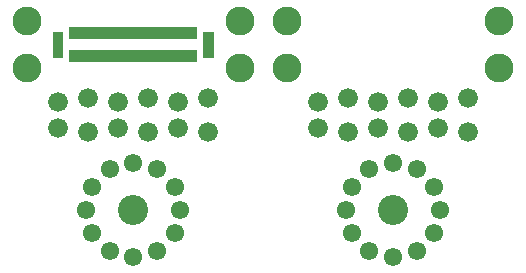
<source format=gbr>
G04 start of page 12 for group -4062 idx -4062 *
G04 Title: (unknown), soldermask *
G04 Creator: pcb 4.2.0 *
G04 CreationDate: Tue Jul 14 02:58:48 2020 UTC *
G04 For: commonadmin *
G04 Format: Gerber/RS-274X *
G04 PCB-Dimensions (mil): 24000.00 18000.00 *
G04 PCB-Coordinate-Origin: lower left *
%MOIN*%
%FSLAX25Y25*%
%LNBOTTOMMASK*%
%ADD68C,0.0001*%
%ADD67C,0.1005*%
%ADD66C,0.0960*%
%ADD65C,0.0660*%
%ADD64C,0.0611*%
G54D64*X618110Y233858D03*
G54D65*X615236Y246272D03*
G54D64*X624016Y227953D03*
G54D65*X635236Y257772D03*
Y246272D03*
X625236Y247772D03*
Y256272D03*
X615236Y257772D03*
X605236Y256272D03*
Y247772D03*
G54D66*X645669Y267520D03*
G54D64*X610236Y236024D03*
X594488Y220276D03*
X602362Y233858D03*
X596457Y227953D03*
G54D67*X610236Y220276D03*
G54D64*Y204528D03*
X625984Y220276D03*
X618110Y206693D03*
X624016Y212598D03*
X602362Y206693D03*
X596457Y212598D03*
G54D65*X595236Y246272D03*
G54D66*X645669Y283268D03*
X574803D03*
X559055D03*
X488189D03*
G54D65*X595236Y257772D03*
X585236Y256272D03*
Y247772D03*
G54D66*X574803Y267520D03*
X559055D03*
G54D65*X548599Y257788D03*
X528599D03*
X518599Y256288D03*
X508599Y257788D03*
X498599Y256288D03*
G54D66*X488189Y267520D03*
G54D65*X548599Y246288D03*
X528599D03*
X518599Y247788D03*
X508599Y246288D03*
X498599Y247788D03*
X538599D03*
Y256288D03*
G54D67*X523622Y220276D03*
G54D64*X507874D03*
X509843Y227953D03*
Y212598D03*
X523622Y204528D03*
Y236024D03*
X515748Y233858D03*
Y206693D03*
X539370Y220276D03*
X531496Y206693D03*
Y233858D03*
X537402Y212598D03*
Y227953D03*
G54D68*G36*
X504976Y273559D02*X502346D01*
Y269748D01*
X504976D01*
Y273559D01*
G37*
G36*
X506354D02*X503724D01*
Y269748D01*
X506354D01*
Y273559D01*
G37*
G36*
X507732D02*X505102D01*
Y269748D01*
X507732D01*
Y273559D01*
G37*
G36*
X509110D02*X506480D01*
Y269748D01*
X509110D01*
Y273559D01*
G37*
G36*
X510488D02*X507858D01*
Y269748D01*
X510488D01*
Y273559D01*
G37*
G36*
X500252Y275921D02*X496835D01*
Y271126D01*
X500252D01*
Y275921D01*
G37*
G36*
Y279661D02*X496835D01*
Y274866D01*
X500252D01*
Y279661D01*
G37*
G36*
X511866Y273559D02*X509236D01*
Y269748D01*
X511866D01*
Y273559D01*
G37*
G36*
X513244D02*X510614D01*
Y269748D01*
X513244D01*
Y273559D01*
G37*
G36*
X514622D02*X511992D01*
Y269748D01*
X514622D01*
Y273559D01*
G37*
G36*
X516000D02*X513370D01*
Y269748D01*
X516000D01*
Y273559D01*
G37*
G36*
X517378D02*X514748D01*
Y269748D01*
X517378D01*
Y273559D01*
G37*
G36*
X518756D02*X516126D01*
Y269748D01*
X518756D01*
Y273559D01*
G37*
G36*
X520134D02*X517504D01*
Y269748D01*
X520134D01*
Y273559D01*
G37*
G36*
X521512D02*X518882D01*
Y269748D01*
X521512D01*
Y273559D01*
G37*
G36*
X522890D02*X520260D01*
Y269748D01*
X522890D01*
Y273559D01*
G37*
G36*
X524268D02*X521638D01*
Y269748D01*
X524268D01*
Y273559D01*
G37*
G36*
X525646D02*X523016D01*
Y269748D01*
X525646D01*
Y273559D01*
G37*
G36*
X527024D02*X524394D01*
Y269748D01*
X527024D01*
Y273559D01*
G37*
G36*
X528402D02*X525772D01*
Y269748D01*
X528402D01*
Y273559D01*
G37*
G36*
X529780D02*X527150D01*
Y269748D01*
X529780D01*
Y273559D01*
G37*
G36*
X531157D02*X528528D01*
Y269748D01*
X531157D01*
Y273559D01*
G37*
G36*
X532535D02*X529906D01*
Y269748D01*
X532535D01*
Y273559D01*
G37*
G36*
X533913D02*X531283D01*
Y269748D01*
X533913D01*
Y273559D01*
G37*
G36*
X535291D02*X532661D01*
Y269748D01*
X535291D01*
Y273559D01*
G37*
G36*
X536669D02*X534039D01*
Y269748D01*
X536669D01*
Y273559D01*
G37*
G36*
X538047D02*X535417D01*
Y269748D01*
X538047D01*
Y273559D01*
G37*
G36*
X539425D02*X536795D01*
Y269748D01*
X539425D01*
Y273559D01*
G37*
G36*
X540803D02*X538173D01*
Y269748D01*
X540803D01*
Y273559D01*
G37*
G36*
X542181D02*X539551D01*
Y269748D01*
X542181D01*
Y273559D01*
G37*
G36*
X543559D02*X540929D01*
Y269748D01*
X543559D01*
Y273559D01*
G37*
G36*
X544937D02*X542307D01*
Y269748D01*
X544937D01*
Y273559D01*
G37*
G36*
X550449Y275921D02*X547031D01*
Y271126D01*
X550449D01*
Y275921D01*
G37*
G36*
X504976Y281236D02*X502346D01*
Y277425D01*
X504976D01*
Y281236D01*
G37*
G36*
X506354D02*X503724D01*
Y277425D01*
X506354D01*
Y281236D01*
G37*
G36*
X507732D02*X505102D01*
Y277425D01*
X507732D01*
Y281236D01*
G37*
G36*
X509110D02*X506480D01*
Y277425D01*
X509110D01*
Y281236D01*
G37*
G36*
X510488D02*X507858D01*
Y277425D01*
X510488D01*
Y281236D01*
G37*
G36*
X511866D02*X509236D01*
Y277425D01*
X511866D01*
Y281236D01*
G37*
G36*
X513244D02*X510614D01*
Y277425D01*
X513244D01*
Y281236D01*
G37*
G36*
X514622D02*X511992D01*
Y277425D01*
X514622D01*
Y281236D01*
G37*
G36*
X516000D02*X513370D01*
Y277425D01*
X516000D01*
Y281236D01*
G37*
G36*
X517378D02*X514748D01*
Y277425D01*
X517378D01*
Y281236D01*
G37*
G36*
X518756D02*X516126D01*
Y277425D01*
X518756D01*
Y281236D01*
G37*
G36*
X520134D02*X517504D01*
Y277425D01*
X520134D01*
Y281236D01*
G37*
G36*
X521512D02*X518882D01*
Y277425D01*
X521512D01*
Y281236D01*
G37*
G36*
X522890D02*X520260D01*
Y277425D01*
X522890D01*
Y281236D01*
G37*
G36*
X524268D02*X521638D01*
Y277425D01*
X524268D01*
Y281236D01*
G37*
G36*
X525646D02*X523016D01*
Y277425D01*
X525646D01*
Y281236D01*
G37*
G36*
X527024D02*X524394D01*
Y277425D01*
X527024D01*
Y281236D01*
G37*
G36*
X528402D02*X525772D01*
Y277425D01*
X528402D01*
Y281236D01*
G37*
G36*
X529780D02*X527150D01*
Y277425D01*
X529780D01*
Y281236D01*
G37*
G36*
X531157D02*X528528D01*
Y277425D01*
X531157D01*
Y281236D01*
G37*
G36*
X532535D02*X529906D01*
Y277425D01*
X532535D01*
Y281236D01*
G37*
G36*
X533913D02*X531283D01*
Y277425D01*
X533913D01*
Y281236D01*
G37*
G36*
X535291D02*X532661D01*
Y277425D01*
X535291D01*
Y281236D01*
G37*
G36*
X536669D02*X534039D01*
Y277425D01*
X536669D01*
Y281236D01*
G37*
G36*
X538047D02*X535417D01*
Y277425D01*
X538047D01*
Y281236D01*
G37*
G36*
X539425D02*X536795D01*
Y277425D01*
X539425D01*
Y281236D01*
G37*
G36*
X540803D02*X538173D01*
Y277425D01*
X540803D01*
Y281236D01*
G37*
G36*
X542181D02*X539551D01*
Y277425D01*
X542181D01*
Y281236D01*
G37*
G36*
X543559D02*X540929D01*
Y277425D01*
X543559D01*
Y281236D01*
G37*
G36*
X544937D02*X542307D01*
Y277425D01*
X544937D01*
Y281236D01*
G37*
G36*
X550449Y279661D02*X547031D01*
Y274866D01*
X550449D01*
Y279661D01*
G37*
M02*

</source>
